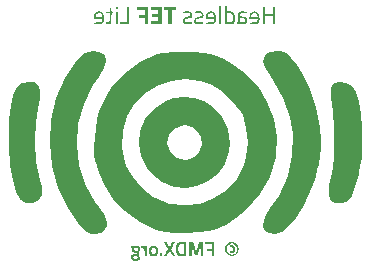
<source format=gbo>
G04 #@! TF.GenerationSoftware,KiCad,Pcbnew,9.0.0*
G04 #@! TF.CreationDate,2025-05-06T12:44:32+02:00*
G04 #@! TF.ProjectId,Headless TEF lite,48656164-6c65-4737-9320-544546206c69,v1.0*
G04 #@! TF.SameCoordinates,Original*
G04 #@! TF.FileFunction,Legend,Bot*
G04 #@! TF.FilePolarity,Positive*
%FSLAX46Y46*%
G04 Gerber Fmt 4.6, Leading zero omitted, Abs format (unit mm)*
G04 Created by KiCad (PCBNEW 9.0.0) date 2025-05-06 12:44:32*
%MOMM*%
%LPD*%
G01*
G04 APERTURE LIST*
G04 Aperture macros list*
%AMRoundRect*
0 Rectangle with rounded corners*
0 $1 Rounding radius*
0 $2 $3 $4 $5 $6 $7 $8 $9 X,Y pos of 4 corners*
0 Add a 4 corners polygon primitive as box body*
4,1,4,$2,$3,$4,$5,$6,$7,$8,$9,$2,$3,0*
0 Add four circle primitives for the rounded corners*
1,1,$1+$1,$2,$3*
1,1,$1+$1,$4,$5*
1,1,$1+$1,$6,$7*
1,1,$1+$1,$8,$9*
0 Add four rect primitives between the rounded corners*
20,1,$1+$1,$2,$3,$4,$5,0*
20,1,$1+$1,$4,$5,$6,$7,0*
20,1,$1+$1,$6,$7,$8,$9,0*
20,1,$1+$1,$8,$9,$2,$3,0*%
G04 Aperture macros list end*
%ADD10C,0.000000*%
%ADD11C,0.650000*%
%ADD12O,2.100000X1.050000*%
%ADD13O,1.800000X0.900000*%
%ADD14RoundRect,0.250000X-1.595000X-1.082500X1.595000X-1.082500X1.595000X1.082500X-1.595000X1.082500X0*%
G04 APERTURE END LIST*
D10*
G04 #@! TO.C,G\u002A\u002A\u002A*
G36*
X137211631Y-51314919D02*
G01*
X137211631Y-51410727D01*
X137126468Y-51410727D01*
X137041304Y-51410727D01*
X137041304Y-51314919D01*
X137041304Y-51219110D01*
X137126468Y-51219110D01*
X137211631Y-51219110D01*
X137211631Y-51314919D01*
G37*
G36*
X137211631Y-52166553D02*
G01*
X137211631Y-52688179D01*
X137126468Y-52688179D01*
X137041304Y-52688179D01*
X137041304Y-52166553D01*
X137041304Y-51644927D01*
X137126468Y-51644927D01*
X137211631Y-51644927D01*
X137211631Y-52166553D01*
G37*
G36*
X145962176Y-51932354D02*
G01*
X145962176Y-52688179D01*
X145887658Y-52688179D01*
X145813140Y-52688179D01*
X145813140Y-51932354D01*
X145813140Y-51176528D01*
X145887658Y-51176528D01*
X145962176Y-51176528D01*
X145962176Y-51932354D01*
G37*
G36*
X138191011Y-51964290D02*
G01*
X138191011Y-52688179D01*
X137786484Y-52688179D01*
X137381958Y-52688179D01*
X137381958Y-52613661D01*
X137381958Y-52539143D01*
X137701321Y-52539143D01*
X138020684Y-52539143D01*
X138020684Y-51889772D01*
X138020684Y-51240401D01*
X138105847Y-51240401D01*
X138191011Y-51240401D01*
X138191011Y-51964290D01*
G37*
G36*
X142172402Y-51389437D02*
G01*
X142172402Y-51517182D01*
X141980785Y-51517182D01*
X141789167Y-51517182D01*
X141789167Y-52102681D01*
X141789167Y-52688179D01*
X141640131Y-52688179D01*
X141491095Y-52688179D01*
X141491095Y-52102681D01*
X141491095Y-51517182D01*
X141299477Y-51517182D01*
X141107859Y-51517182D01*
X141107859Y-51389437D01*
X141107859Y-51261691D01*
X141640131Y-51261691D01*
X142172402Y-51261691D01*
X142172402Y-51389437D01*
G37*
G36*
X139787826Y-51974935D02*
G01*
X139787826Y-52688179D01*
X139638790Y-52688179D01*
X139489754Y-52688179D01*
X139489754Y-52444010D01*
X139489754Y-52199841D01*
X139239586Y-52193842D01*
X138989418Y-52187844D01*
X138983033Y-52065422D01*
X138976648Y-51942999D01*
X139233201Y-51942999D01*
X139489754Y-51942999D01*
X139489754Y-51730090D01*
X139489754Y-51517182D01*
X139181036Y-51517182D01*
X138872319Y-51517182D01*
X138872319Y-51389437D01*
X138872319Y-51261691D01*
X139330072Y-51261691D01*
X139787826Y-51261691D01*
X139787826Y-51974935D01*
G37*
G36*
X140937532Y-51974935D02*
G01*
X140937532Y-52688179D01*
X140469133Y-52688179D01*
X140000734Y-52688179D01*
X140000734Y-52560434D01*
X140000734Y-52432689D01*
X140320097Y-52432689D01*
X140639460Y-52432689D01*
X140639460Y-52262362D01*
X140639460Y-52092035D01*
X140382907Y-52092035D01*
X140126354Y-52092035D01*
X140132740Y-51969613D01*
X140139125Y-51847190D01*
X140389293Y-51841192D01*
X140639460Y-51835193D01*
X140639460Y-51676188D01*
X140639460Y-51517182D01*
X140320097Y-51517182D01*
X140000734Y-51517182D01*
X140000734Y-51389437D01*
X140000734Y-51261691D01*
X140469133Y-51261691D01*
X140937532Y-51261691D01*
X140937532Y-51974935D01*
G37*
G36*
X149666786Y-51559764D02*
G01*
X149666786Y-51879126D01*
X150028731Y-51879126D01*
X150390676Y-51879126D01*
X150390676Y-51559764D01*
X150390676Y-51240401D01*
X150475839Y-51240401D01*
X150561003Y-51240401D01*
X150561003Y-51964290D01*
X150561003Y-52688179D01*
X150475839Y-52688179D01*
X150390676Y-52688179D01*
X150390676Y-52358171D01*
X150390676Y-52028163D01*
X150028731Y-52028163D01*
X149666786Y-52028163D01*
X149666786Y-52358171D01*
X149666786Y-52688179D01*
X149581623Y-52688179D01*
X149496459Y-52688179D01*
X149496459Y-51964290D01*
X149496459Y-51240401D01*
X149581623Y-51240401D01*
X149666786Y-51240401D01*
X149666786Y-51559764D01*
G37*
G36*
X136683750Y-51479923D02*
G01*
X136690005Y-51634282D01*
X136759200Y-51640953D01*
X136796598Y-51646788D01*
X136822627Y-51665756D01*
X136828396Y-51708800D01*
X136825875Y-51742105D01*
X136807258Y-51766912D01*
X136759200Y-51776646D01*
X136690005Y-51783318D01*
X136679360Y-52177199D01*
X136678597Y-52204798D01*
X136673560Y-52351270D01*
X136666950Y-52461998D01*
X136657425Y-52542867D01*
X136643641Y-52599759D01*
X136624254Y-52638556D01*
X136597921Y-52665141D01*
X136563299Y-52685396D01*
X136557287Y-52687897D01*
X136504573Y-52698947D01*
X136428645Y-52705867D01*
X136345681Y-52708128D01*
X136271856Y-52705198D01*
X136223347Y-52696547D01*
X136200936Y-52674069D01*
X136189670Y-52623002D01*
X136189855Y-52606640D01*
X136194916Y-52581037D01*
X136214122Y-52567026D01*
X136256941Y-52560184D01*
X136332841Y-52556084D01*
X136380959Y-52553429D01*
X136434935Y-52545811D01*
X136473971Y-52528717D01*
X136500494Y-52496630D01*
X136516931Y-52444033D01*
X136525711Y-52365407D01*
X136529261Y-52255237D01*
X136530010Y-52108003D01*
X136530324Y-51772672D01*
X136359997Y-51772672D01*
X136189670Y-51772672D01*
X136189670Y-51708800D01*
X136189670Y-51644927D01*
X136359997Y-51644927D01*
X136530324Y-51644927D01*
X136530324Y-51485246D01*
X136530324Y-51325564D01*
X136603909Y-51325564D01*
X136677494Y-51325564D01*
X136683750Y-51479923D01*
G37*
G36*
X136061925Y-52177199D02*
G01*
X136060482Y-52239770D01*
X136039454Y-52402181D01*
X135993521Y-52530906D01*
X135922880Y-52625523D01*
X135827725Y-52685609D01*
X135798544Y-52693087D01*
X135726269Y-52701374D01*
X135631806Y-52705560D01*
X135527430Y-52705486D01*
X135425415Y-52700993D01*
X135338035Y-52691924D01*
X135323114Y-52689599D01*
X135270743Y-52677306D01*
X135247497Y-52658166D01*
X135242226Y-52624307D01*
X135242226Y-52571080D01*
X135497717Y-52560434D01*
X135592692Y-52554904D01*
X135687481Y-52545868D01*
X135759510Y-52535038D01*
X135798872Y-52523625D01*
X135807283Y-52518105D01*
X135850019Y-52465984D01*
X135880177Y-52388960D01*
X135891598Y-52301767D01*
X135891598Y-52241071D01*
X135548759Y-52241071D01*
X135205920Y-52241071D01*
X135212328Y-52092035D01*
X135355583Y-52092035D01*
X135633704Y-52092035D01*
X135911824Y-52092035D01*
X135898824Y-52022840D01*
X135889420Y-51980121D01*
X135846220Y-51870065D01*
X135781902Y-51796732D01*
X135695816Y-51759571D01*
X135587312Y-51758031D01*
X135524145Y-51772560D01*
X135450427Y-51816804D01*
X135400554Y-51891654D01*
X135370573Y-52001549D01*
X135355583Y-52092035D01*
X135212328Y-52092035D01*
X135213472Y-52065422D01*
X135215377Y-52030332D01*
X135232765Y-51899835D01*
X135267380Y-51801307D01*
X135322545Y-51727806D01*
X135401583Y-51672385D01*
X135470358Y-51645585D01*
X135583101Y-51625326D01*
X135699511Y-51625107D01*
X135799725Y-51646233D01*
X135853797Y-51672081D01*
X135943962Y-51749645D01*
X136009101Y-51860488D01*
X136048620Y-52003407D01*
X136055405Y-52092035D01*
X136061925Y-52177199D01*
G37*
G36*
X145536359Y-52177199D02*
G01*
X145534917Y-52239770D01*
X145513888Y-52402181D01*
X145467955Y-52530906D01*
X145397314Y-52625523D01*
X145302159Y-52685609D01*
X145272978Y-52693087D01*
X145200703Y-52701374D01*
X145106240Y-52705560D01*
X145001864Y-52705486D01*
X144899849Y-52700993D01*
X144812469Y-52691924D01*
X144797548Y-52689599D01*
X144745177Y-52677306D01*
X144721931Y-52658166D01*
X144716661Y-52624307D01*
X144716661Y-52571080D01*
X144972151Y-52560434D01*
X145067127Y-52554904D01*
X145161915Y-52545868D01*
X145233944Y-52535038D01*
X145273306Y-52523625D01*
X145281718Y-52518105D01*
X145324453Y-52465984D01*
X145354611Y-52388960D01*
X145366032Y-52301767D01*
X145366032Y-52241071D01*
X145023193Y-52241071D01*
X144680355Y-52241071D01*
X144686763Y-52092035D01*
X144830017Y-52092035D01*
X145108138Y-52092035D01*
X145386258Y-52092035D01*
X145373259Y-52022840D01*
X145363854Y-51980121D01*
X145320655Y-51870065D01*
X145256336Y-51796732D01*
X145170250Y-51759571D01*
X145061746Y-51758031D01*
X144998579Y-51772560D01*
X144924861Y-51816804D01*
X144874988Y-51891654D01*
X144845007Y-52001549D01*
X144830017Y-52092035D01*
X144686763Y-52092035D01*
X144687907Y-52065422D01*
X144689811Y-52030332D01*
X144707200Y-51899835D01*
X144741814Y-51801307D01*
X144796979Y-51727806D01*
X144876017Y-51672385D01*
X144944793Y-51645585D01*
X145057535Y-51625326D01*
X145173945Y-51625107D01*
X145274160Y-51646233D01*
X145328231Y-51672081D01*
X145418396Y-51749645D01*
X145483535Y-51860488D01*
X145523054Y-52003407D01*
X145529839Y-52092035D01*
X145536359Y-52177199D01*
G37*
G36*
X149219678Y-52177199D02*
G01*
X149218236Y-52239770D01*
X149197207Y-52402181D01*
X149151275Y-52530906D01*
X149080634Y-52625523D01*
X148985479Y-52685609D01*
X148956297Y-52693087D01*
X148884022Y-52701374D01*
X148789560Y-52705560D01*
X148685183Y-52705486D01*
X148583168Y-52700993D01*
X148495789Y-52691924D01*
X148480868Y-52689599D01*
X148428496Y-52677306D01*
X148405250Y-52658166D01*
X148399980Y-52624307D01*
X148399980Y-52571080D01*
X148655470Y-52560434D01*
X148750446Y-52554904D01*
X148845234Y-52545868D01*
X148917264Y-52535038D01*
X148956626Y-52523625D01*
X148965037Y-52518105D01*
X149007773Y-52465984D01*
X149037930Y-52388960D01*
X149049351Y-52301767D01*
X149049351Y-52241071D01*
X148706513Y-52241071D01*
X148363674Y-52241071D01*
X148370082Y-52092035D01*
X148513337Y-52092035D01*
X148791457Y-52092035D01*
X149069578Y-52092035D01*
X149056578Y-52022840D01*
X149047173Y-51980121D01*
X149003974Y-51870065D01*
X148939656Y-51796732D01*
X148853569Y-51759571D01*
X148745065Y-51758031D01*
X148681898Y-51772560D01*
X148608181Y-51816804D01*
X148558307Y-51891654D01*
X148528326Y-52001549D01*
X148513337Y-52092035D01*
X148370082Y-52092035D01*
X148371226Y-52065422D01*
X148373130Y-52030332D01*
X148390519Y-51899835D01*
X148425134Y-51801307D01*
X148480298Y-51727806D01*
X148559336Y-51672385D01*
X148628112Y-51645585D01*
X148740855Y-51625326D01*
X148857265Y-51625107D01*
X148957479Y-51646233D01*
X149011551Y-51672081D01*
X149101715Y-51749645D01*
X149166854Y-51860488D01*
X149206373Y-52003407D01*
X149213158Y-52092035D01*
X149219678Y-52177199D01*
G37*
G36*
X147129784Y-52276185D02*
G01*
X147112931Y-52420560D01*
X147075963Y-52532902D01*
X147017688Y-52616696D01*
X146936910Y-52675427D01*
X146895844Y-52690292D01*
X146805765Y-52703040D01*
X146702290Y-52701623D01*
X146601854Y-52686695D01*
X146520891Y-52658908D01*
X146477901Y-52638505D01*
X146456628Y-52636686D01*
X146451866Y-52655696D01*
X146450065Y-52665872D01*
X146425560Y-52683060D01*
X146366702Y-52688179D01*
X146281539Y-52688179D01*
X146281539Y-51931068D01*
X146281539Y-51778738D01*
X146451866Y-51778738D01*
X146451866Y-52134232D01*
X146451866Y-52489727D01*
X146510416Y-52516900D01*
X146546962Y-52529258D01*
X146619301Y-52544649D01*
X146700465Y-52555043D01*
X146771970Y-52559573D01*
X146819374Y-52555857D01*
X146852521Y-52539869D01*
X146885760Y-52507966D01*
X146894269Y-52498223D01*
X146930298Y-52436656D01*
X146952450Y-52353103D01*
X146961875Y-52241131D01*
X146959724Y-52094307D01*
X146957879Y-52059538D01*
X146948805Y-51971321D01*
X146932895Y-51910236D01*
X146907493Y-51864596D01*
X146899292Y-51854201D01*
X146821824Y-51794654D01*
X146714771Y-51764970D01*
X146579095Y-51765440D01*
X146451866Y-51778738D01*
X146281539Y-51778738D01*
X146281539Y-51173958D01*
X146361380Y-51180565D01*
X146441220Y-51187173D01*
X146447198Y-51410727D01*
X146453175Y-51634282D01*
X146638816Y-51627717D01*
X146654574Y-51627186D01*
X146746836Y-51626190D01*
X146812583Y-51631638D01*
X146865749Y-51645639D01*
X146920265Y-51670299D01*
X146979888Y-51706911D01*
X147043741Y-51770829D01*
X147087716Y-51855720D01*
X147114985Y-51968361D01*
X147128720Y-52115529D01*
X147129552Y-52241131D01*
X147129784Y-52276185D01*
G37*
G36*
X143154921Y-51628998D02*
G01*
X143180674Y-51630124D01*
X143266924Y-51636187D01*
X143326168Y-51646711D01*
X143370998Y-51664843D01*
X143414005Y-51693726D01*
X143464858Y-51743484D01*
X143512497Y-51829718D01*
X143529776Y-51924114D01*
X143516948Y-52016918D01*
X143474265Y-52098378D01*
X143401978Y-52158741D01*
X143389019Y-52164159D01*
X143336462Y-52180249D01*
X143259326Y-52200093D01*
X143169271Y-52220593D01*
X143126373Y-52230393D01*
X143040460Y-52253912D01*
X142972826Y-52277592D01*
X142935281Y-52297549D01*
X142920362Y-52314002D01*
X142897685Y-52375856D01*
X142908448Y-52445788D01*
X142951692Y-52511316D01*
X142975136Y-52533606D01*
X142999238Y-52549256D01*
X143031133Y-52557919D01*
X143079505Y-52560794D01*
X143153036Y-52559081D01*
X143260410Y-52553980D01*
X143513727Y-52541243D01*
X143513727Y-52603660D01*
X143513592Y-52612129D01*
X143502019Y-52656907D01*
X143465822Y-52676299D01*
X143432611Y-52683373D01*
X143375336Y-52695526D01*
X143370291Y-52696426D01*
X143322626Y-52700878D01*
X143248763Y-52704484D01*
X143162427Y-52706533D01*
X143127661Y-52706489D01*
X142984287Y-52693302D01*
X142875735Y-52657639D01*
X142800073Y-52598108D01*
X142755369Y-52513316D01*
X142739690Y-52401870D01*
X142742674Y-52325408D01*
X142761178Y-52249571D01*
X142801053Y-52191767D01*
X142867598Y-52147276D01*
X142966116Y-52111377D01*
X143101906Y-52079351D01*
X143116858Y-52076239D01*
X143201887Y-52055628D01*
X143273244Y-52033821D01*
X143316786Y-52015051D01*
X143339907Y-51994425D01*
X143363315Y-51937819D01*
X143356506Y-51872400D01*
X143319302Y-51812447D01*
X143306817Y-51800695D01*
X143283659Y-51785482D01*
X143251885Y-51776547D01*
X143203018Y-51772899D01*
X143128583Y-51773551D01*
X143020105Y-51777511D01*
X142766296Y-51787964D01*
X142772744Y-51722240D01*
X142774565Y-51706646D01*
X142786007Y-51672045D01*
X142815424Y-51652798D01*
X142875001Y-51638985D01*
X142886638Y-51637104D01*
X142960961Y-51630441D01*
X143056274Y-51627529D01*
X143154921Y-51628998D01*
G37*
G36*
X144113010Y-51628998D02*
G01*
X144138763Y-51630124D01*
X144225013Y-51636187D01*
X144284257Y-51646711D01*
X144329087Y-51664843D01*
X144372094Y-51693726D01*
X144422947Y-51743484D01*
X144470586Y-51829718D01*
X144487865Y-51924114D01*
X144475037Y-52016918D01*
X144432354Y-52098378D01*
X144360067Y-52158741D01*
X144347108Y-52164159D01*
X144294551Y-52180249D01*
X144217415Y-52200093D01*
X144127360Y-52220593D01*
X144084462Y-52230393D01*
X143998548Y-52253912D01*
X143930915Y-52277592D01*
X143893370Y-52297549D01*
X143878451Y-52314002D01*
X143855774Y-52375856D01*
X143866537Y-52445788D01*
X143909781Y-52511316D01*
X143933225Y-52533606D01*
X143957327Y-52549256D01*
X143989222Y-52557919D01*
X144037594Y-52560794D01*
X144111125Y-52559081D01*
X144218499Y-52553980D01*
X144471816Y-52541243D01*
X144471816Y-52603660D01*
X144471681Y-52612129D01*
X144460108Y-52656907D01*
X144423911Y-52676299D01*
X144390699Y-52683373D01*
X144333425Y-52695526D01*
X144328380Y-52696426D01*
X144280715Y-52700878D01*
X144206852Y-52704484D01*
X144120516Y-52706533D01*
X144085750Y-52706489D01*
X143942375Y-52693302D01*
X143833823Y-52657639D01*
X143758162Y-52598108D01*
X143713458Y-52513316D01*
X143697779Y-52401870D01*
X143700763Y-52325408D01*
X143719267Y-52249571D01*
X143759142Y-52191767D01*
X143825687Y-52147276D01*
X143924205Y-52111377D01*
X144059995Y-52079351D01*
X144074946Y-52076239D01*
X144159976Y-52055628D01*
X144231333Y-52033821D01*
X144274875Y-52015051D01*
X144297996Y-51994425D01*
X144321404Y-51937819D01*
X144314595Y-51872400D01*
X144277391Y-51812447D01*
X144264906Y-51800695D01*
X144241748Y-51785482D01*
X144209974Y-51776547D01*
X144161106Y-51772899D01*
X144086672Y-51773551D01*
X143978194Y-51777511D01*
X143724385Y-51787964D01*
X143730833Y-51722240D01*
X143732654Y-51706646D01*
X143744096Y-51672045D01*
X143773513Y-51652798D01*
X143833090Y-51638985D01*
X143844726Y-51637104D01*
X143919050Y-51630441D01*
X144014363Y-51627529D01*
X144113010Y-51628998D01*
G37*
G36*
X148168869Y-52552137D02*
G01*
X148117462Y-52635791D01*
X148038035Y-52689158D01*
X148019205Y-52695322D01*
X147941789Y-52705536D01*
X147843613Y-52704297D01*
X147739606Y-52692320D01*
X147644699Y-52670319D01*
X147582772Y-52651988D01*
X147536421Y-52644453D01*
X147499003Y-52650959D01*
X147453902Y-52671619D01*
X147408044Y-52691695D01*
X147344335Y-52707475D01*
X147299291Y-52703473D01*
X147282210Y-52679275D01*
X147281633Y-52668174D01*
X147271139Y-52620231D01*
X147279504Y-52593266D01*
X147324366Y-52567112D01*
X147388664Y-52542842D01*
X147389866Y-52205662D01*
X147390053Y-52172767D01*
X147558991Y-52172767D01*
X147558991Y-52344489D01*
X147558991Y-52516211D01*
X147638832Y-52536947D01*
X147670414Y-52544960D01*
X147780767Y-52568189D01*
X147862060Y-52574823D01*
X147922478Y-52564899D01*
X147970201Y-52538456D01*
X147985455Y-52525959D01*
X148013534Y-52493436D01*
X148024188Y-52451820D01*
X148023098Y-52384584D01*
X148022673Y-52377970D01*
X148010838Y-52306357D01*
X147982639Y-52255935D01*
X147931554Y-52222241D01*
X147851062Y-52200813D01*
X147734640Y-52187188D01*
X147558991Y-52172767D01*
X147390053Y-52172767D01*
X147390149Y-52155790D01*
X147393860Y-51995346D01*
X147404228Y-51871476D01*
X147424526Y-51779501D01*
X147458025Y-51714743D01*
X147507999Y-51672523D01*
X147577720Y-51648162D01*
X147670461Y-51636982D01*
X147789492Y-51634304D01*
X147895544Y-51635222D01*
X147996501Y-51639795D01*
X148065121Y-51649575D01*
X148107093Y-51666065D01*
X148128105Y-51690764D01*
X148133845Y-51725173D01*
X148133845Y-51783318D01*
X147881076Y-51775833D01*
X147796317Y-51773512D01*
X147715600Y-51772690D01*
X147663123Y-51775519D01*
X147630739Y-51783192D01*
X147610297Y-51796898D01*
X147593649Y-51817829D01*
X147587258Y-51828516D01*
X147567111Y-51888378D01*
X147558991Y-51958382D01*
X147561057Y-52007041D01*
X147572065Y-52040568D01*
X147596250Y-52049615D01*
X147636114Y-52051003D01*
X147725940Y-52059121D01*
X147826122Y-52072636D01*
X147923458Y-52089410D01*
X148004739Y-52107305D01*
X148056762Y-52124182D01*
X148094993Y-52146151D01*
X148157515Y-52212624D01*
X148190033Y-52305801D01*
X148193886Y-52428661D01*
X148193269Y-52436502D01*
X148190037Y-52451820D01*
X148168869Y-52552137D01*
G37*
G36*
X141001405Y-72200617D02*
G01*
X141001405Y-72328362D01*
X140905596Y-72328362D01*
X140809787Y-72328362D01*
X140809787Y-72200617D01*
X140809787Y-72072872D01*
X140905596Y-72072872D01*
X141001405Y-72072872D01*
X141001405Y-72200617D01*
G37*
G36*
X145387323Y-71742863D02*
G01*
X145387323Y-72328362D01*
X145291514Y-72328362D01*
X145195705Y-72328362D01*
X145195705Y-72104808D01*
X145195705Y-71881254D01*
X144972151Y-71881254D01*
X144748597Y-71881254D01*
X144748597Y-71796090D01*
X144748597Y-71710927D01*
X144972151Y-71710927D01*
X145195705Y-71710927D01*
X145195705Y-71519945D01*
X145195705Y-71328964D01*
X144924246Y-71323005D01*
X144652788Y-71317046D01*
X144646180Y-71237205D01*
X144639572Y-71157365D01*
X145013447Y-71157365D01*
X145387323Y-71157365D01*
X145387323Y-71742863D01*
G37*
G36*
X139681371Y-71891899D02*
G01*
X139681371Y-72328362D01*
X139586147Y-72328362D01*
X139490923Y-72328362D01*
X139485015Y-72025382D01*
X139479108Y-71722402D01*
X139335526Y-71679405D01*
X139191944Y-71636409D01*
X139191813Y-71545923D01*
X139194055Y-71501086D01*
X139207248Y-71466272D01*
X139238005Y-71456679D01*
X139292768Y-71470991D01*
X139377977Y-71507892D01*
X139489754Y-71559932D01*
X139489754Y-71507684D01*
X139490094Y-71494280D01*
X139498376Y-71468562D01*
X139526405Y-71457683D01*
X139585562Y-71455437D01*
X139681371Y-71455437D01*
X139681371Y-71891899D01*
G37*
G36*
X146916468Y-71414225D02*
G01*
X146971000Y-71421812D01*
X147009897Y-71439989D01*
X147047663Y-71473105D01*
X147086341Y-71527511D01*
X147117779Y-71617661D01*
X147130438Y-71721720D01*
X147125044Y-71828949D01*
X147102324Y-71928605D01*
X147063004Y-72009947D01*
X147007812Y-72062234D01*
X146953634Y-72081252D01*
X146871642Y-72092004D01*
X146789513Y-72089196D01*
X146727247Y-72072123D01*
X146707698Y-72057218D01*
X146686761Y-72005965D01*
X146698948Y-71936329D01*
X146705334Y-71924740D01*
X146734023Y-71911320D01*
X146791100Y-71915433D01*
X146855834Y-71917564D01*
X146905714Y-71893470D01*
X146933159Y-71837423D01*
X146941556Y-71745601D01*
X146936478Y-71666028D01*
X146915678Y-71614758D01*
X146872253Y-71589765D01*
X146799313Y-71583182D01*
X146794840Y-71583174D01*
X146737897Y-71579374D01*
X146709049Y-71563936D01*
X146694820Y-71530002D01*
X146690502Y-71511150D01*
X146687796Y-71461046D01*
X146708838Y-71431118D01*
X146759766Y-71416632D01*
X146846716Y-71412855D01*
X146916468Y-71414225D01*
G37*
G36*
X143024037Y-72332355D02*
G01*
X142720642Y-72325036D01*
X142672280Y-72323699D01*
X142537224Y-72316764D01*
X142435478Y-72304019D01*
X142359972Y-72282903D01*
X142303639Y-72250853D01*
X142259411Y-72205310D01*
X142220219Y-72143711D01*
X142211958Y-72127884D01*
X142171107Y-72011667D01*
X142147101Y-71871535D01*
X142140521Y-71732218D01*
X142342967Y-71732218D01*
X142346710Y-71845705D01*
X142362752Y-71954529D01*
X142393241Y-72035411D01*
X142440132Y-72095660D01*
X142472504Y-72121197D01*
X142513852Y-72138737D01*
X142573554Y-72148896D01*
X142663718Y-72154883D01*
X142832419Y-72162544D01*
X142832419Y-71745118D01*
X142832419Y-71327691D01*
X142664963Y-71327691D01*
X142655134Y-71327727D01*
X142543734Y-71335725D01*
X142461208Y-71361051D01*
X142403712Y-71408535D01*
X142367402Y-71483005D01*
X142348435Y-71589289D01*
X142342967Y-71732218D01*
X142140521Y-71732218D01*
X142139948Y-71720088D01*
X142149656Y-71569927D01*
X142176234Y-71433654D01*
X142219690Y-71323871D01*
X142259337Y-71265460D01*
X142309252Y-71220804D01*
X142374910Y-71189819D01*
X142462946Y-71170353D01*
X142579993Y-71160253D01*
X142732687Y-71157365D01*
X143024037Y-71157365D01*
X143024037Y-71744860D01*
X143024037Y-71745118D01*
X143024037Y-72332355D01*
G37*
G36*
X144471816Y-71742002D02*
G01*
X144471816Y-72328362D01*
X144376007Y-72328362D01*
X144280198Y-72328362D01*
X144280198Y-71849318D01*
X144280009Y-71777342D01*
X144278626Y-71646821D01*
X144276078Y-71534845D01*
X144272574Y-71447422D01*
X144268322Y-71390562D01*
X144263532Y-71370273D01*
X144259629Y-71375200D01*
X144243881Y-71412854D01*
X144219200Y-71482752D01*
X144187515Y-71579106D01*
X144150757Y-71696127D01*
X144110857Y-71828027D01*
X143974848Y-72285780D01*
X143872947Y-72285780D01*
X143771046Y-72285780D01*
X143704740Y-72067549D01*
X143683814Y-71999162D01*
X143643184Y-71868036D01*
X143599811Y-71729625D01*
X143560112Y-71604473D01*
X143481790Y-71359628D01*
X143476068Y-71843995D01*
X143470346Y-72328362D01*
X143374936Y-72328362D01*
X143279527Y-72328362D01*
X143279527Y-71742863D01*
X143279527Y-71157365D01*
X143447034Y-71157365D01*
X143614541Y-71157365D01*
X143738446Y-71593390D01*
X143752484Y-71642449D01*
X143788487Y-71765080D01*
X143820500Y-71869652D01*
X143846684Y-71950420D01*
X143865200Y-72001637D01*
X143874209Y-72017559D01*
X143875402Y-72015559D01*
X143886989Y-71983642D01*
X143907695Y-71918510D01*
X143935603Y-71826466D01*
X143968792Y-71713813D01*
X144005344Y-71586856D01*
X144124622Y-71168010D01*
X144298219Y-71161826D01*
X144471816Y-71155642D01*
X144471816Y-71742002D01*
G37*
G36*
X140631029Y-71981129D02*
G01*
X140606216Y-72102645D01*
X140561049Y-72205565D01*
X140498229Y-72282492D01*
X140420457Y-72326033D01*
X140390842Y-72333476D01*
X140272684Y-72346459D01*
X140153104Y-72338005D01*
X140051707Y-72309018D01*
X140028518Y-72297380D01*
X139957371Y-72240326D01*
X139909113Y-72158288D01*
X139881675Y-72046534D01*
X139872989Y-71900334D01*
X139876042Y-71825571D01*
X140065744Y-71825571D01*
X140066099Y-71917896D01*
X140075284Y-72009414D01*
X140092296Y-72086333D01*
X140116130Y-72134861D01*
X140117773Y-72136626D01*
X140174051Y-72169120D01*
X140248748Y-72180728D01*
X140323716Y-72171106D01*
X140380807Y-72139907D01*
X140400065Y-72113577D01*
X140426588Y-72039488D01*
X140439487Y-71945268D01*
X140438413Y-71844286D01*
X140423016Y-71749913D01*
X140392947Y-71675518D01*
X140390480Y-71671734D01*
X140337777Y-71627379D01*
X140268003Y-71610788D01*
X140194069Y-71620422D01*
X140128887Y-71654740D01*
X140085369Y-71712203D01*
X140075223Y-71746231D01*
X140065744Y-71825571D01*
X139876042Y-71825571D01*
X139877140Y-71798685D01*
X139901384Y-71668315D01*
X139949217Y-71571367D01*
X140022836Y-71505290D01*
X140124439Y-71467535D01*
X140256225Y-71455549D01*
X140353723Y-71461963D01*
X140457442Y-71492606D01*
X140533905Y-71552001D01*
X140587538Y-71643969D01*
X140622761Y-71772335D01*
X140632785Y-71848412D01*
X140631503Y-71945268D01*
X140631029Y-71981129D01*
G37*
G36*
X147452536Y-71742863D02*
G01*
X147451584Y-71777518D01*
X147423993Y-71929795D01*
X147361634Y-72066969D01*
X147269056Y-72183009D01*
X147150809Y-72271885D01*
X147011443Y-72327567D01*
X146908496Y-72342258D01*
X146765647Y-72330283D01*
X146629246Y-72284615D01*
X146509140Y-72208902D01*
X146415180Y-72106792D01*
X146371619Y-72033550D01*
X146316617Y-71884711D01*
X146306749Y-71791693D01*
X146430544Y-71791693D01*
X146457856Y-71914713D01*
X146514545Y-72026951D01*
X146599597Y-72120848D01*
X146711995Y-72188842D01*
X146766044Y-72207163D01*
X146892215Y-72220568D01*
X147015803Y-72197203D01*
X147128874Y-72140469D01*
X147223493Y-72053764D01*
X147291726Y-71940488D01*
X147303840Y-71902744D01*
X147318905Y-71821358D01*
X147324791Y-71736250D01*
X147324232Y-71711997D01*
X147300101Y-71580470D01*
X147244789Y-71467969D01*
X147164431Y-71377621D01*
X147065164Y-71312555D01*
X146953125Y-71275899D01*
X146834449Y-71270781D01*
X146715273Y-71300328D01*
X146601733Y-71367670D01*
X146535025Y-71433562D01*
X146468113Y-71543557D01*
X146433624Y-71665454D01*
X146430544Y-71791693D01*
X146306749Y-71791693D01*
X146300485Y-71732641D01*
X146322716Y-71583485D01*
X146382803Y-71443389D01*
X146480239Y-71318499D01*
X146556327Y-71251221D01*
X146650930Y-71195465D01*
X146757876Y-71166030D01*
X146890799Y-71157573D01*
X146910682Y-71157956D01*
X147056099Y-71183079D01*
X147185921Y-71243864D01*
X147295311Y-71335274D01*
X147379435Y-71452270D01*
X147433455Y-71589812D01*
X147451712Y-71736250D01*
X147452536Y-71742863D01*
G37*
G36*
X141250823Y-71157432D02*
G01*
X141352704Y-71157499D01*
X141467883Y-71370341D01*
X141510628Y-71447279D01*
X141552241Y-71517771D01*
X141583374Y-71565577D01*
X141599382Y-71583182D01*
X141612796Y-71568914D01*
X141642146Y-71523734D01*
X141682225Y-71454998D01*
X141728446Y-71370273D01*
X141841191Y-71157365D01*
X141952453Y-71157365D01*
X142063715Y-71157365D01*
X141904103Y-71435133D01*
X141877291Y-71481921D01*
X141823540Y-71576543D01*
X141779052Y-71655965D01*
X141747851Y-71712971D01*
X141733961Y-71740343D01*
X141733464Y-71742189D01*
X141736445Y-71760270D01*
X141750688Y-71793790D01*
X141778129Y-71846160D01*
X141820704Y-71920794D01*
X141880350Y-72021102D01*
X141959003Y-72150498D01*
X142058600Y-72312394D01*
X142055267Y-72318089D01*
X142022321Y-72325472D01*
X141964829Y-72328362D01*
X141861196Y-72328362D01*
X141738040Y-72115453D01*
X141691621Y-72036139D01*
X141649909Y-71966784D01*
X141620351Y-71919821D01*
X141607421Y-71902545D01*
X141596078Y-71917706D01*
X141567931Y-71963104D01*
X141527567Y-72031471D01*
X141479407Y-72115453D01*
X141358857Y-72328362D01*
X141254649Y-72328362D01*
X141218414Y-72327786D01*
X141169581Y-72324469D01*
X141150441Y-72319185D01*
X141153584Y-72312186D01*
X141174351Y-72274664D01*
X141211335Y-72210717D01*
X141260762Y-72126835D01*
X141318860Y-72029508D01*
X141487279Y-71749009D01*
X141343374Y-71501091D01*
X141325114Y-71469678D01*
X141258881Y-71356096D01*
X141211581Y-71273702D01*
X141181883Y-71217552D01*
X141168456Y-71182703D01*
X141169968Y-71164210D01*
X141185087Y-71157129D01*
X141212483Y-71156518D01*
X141250823Y-71157432D01*
G37*
G36*
X139100747Y-71779831D02*
G01*
X139095465Y-71834705D01*
X139077574Y-71903929D01*
X139044604Y-71953687D01*
X139041597Y-71956902D01*
X139012780Y-71994006D01*
X139007954Y-72028948D01*
X139023796Y-72082252D01*
X139026598Y-72090207D01*
X139040558Y-72158857D01*
X139028222Y-72220979D01*
X139017996Y-72253208D01*
X139021407Y-72290833D01*
X139054586Y-72329579D01*
X139095564Y-72382693D01*
X139117928Y-72460499D01*
X139120932Y-72470949D01*
X139108243Y-72567981D01*
X139085683Y-72615476D01*
X139022918Y-72675135D01*
X138925546Y-72713079D01*
X138865477Y-72724274D01*
X138742254Y-72731133D01*
X138619048Y-72720366D01*
X138509402Y-72693618D01*
X138426858Y-72652532D01*
X138385488Y-72611908D01*
X138344193Y-72534067D01*
X138329625Y-72456107D01*
X138510374Y-72456107D01*
X138521696Y-72481849D01*
X138552956Y-72519980D01*
X138558760Y-72525499D01*
X138595447Y-72548089D01*
X138649117Y-72559443D01*
X138732407Y-72562562D01*
X138774225Y-72561425D01*
X138866846Y-72545888D01*
X138921107Y-72512215D01*
X138936908Y-72460499D01*
X138914151Y-72390835D01*
X138886744Y-72368239D01*
X138827160Y-72351416D01*
X138750768Y-72345456D01*
X138670790Y-72350306D01*
X138600445Y-72365916D01*
X138552956Y-72392235D01*
X138524116Y-72426735D01*
X138510374Y-72456107D01*
X138329625Y-72456107D01*
X138327712Y-72445870D01*
X138336038Y-72358560D01*
X138369166Y-72283382D01*
X138427089Y-72231582D01*
X138436467Y-72227357D01*
X138496100Y-72210375D01*
X138579570Y-72195532D01*
X138671882Y-72185644D01*
X138756010Y-72178644D01*
X138821973Y-72168515D01*
X138857369Y-72153528D01*
X138868714Y-72130650D01*
X138862524Y-72096845D01*
X138859564Y-72089410D01*
X138838310Y-72068650D01*
X138793459Y-72055441D01*
X138715525Y-72046534D01*
X138618622Y-72032148D01*
X138523532Y-71994501D01*
X138462018Y-71932826D01*
X138431476Y-71844208D01*
X138429819Y-71753822D01*
X138616828Y-71753822D01*
X138617058Y-71767579D01*
X138629174Y-71829485D01*
X138664147Y-71869401D01*
X138705734Y-71890116D01*
X138765864Y-71902545D01*
X138771826Y-71902466D01*
X138848453Y-71883169D01*
X138897574Y-71832805D01*
X138914900Y-71755601D01*
X138914372Y-71738435D01*
X138893484Y-71664006D01*
X138842158Y-71619355D01*
X138760386Y-71604473D01*
X138743184Y-71604970D01*
X138671702Y-71624324D01*
X138630225Y-71673273D01*
X138616828Y-71753822D01*
X138429819Y-71753822D01*
X138429304Y-71725728D01*
X138438652Y-71613000D01*
X138378704Y-71621798D01*
X138366971Y-71623424D01*
X138334201Y-71622600D01*
X138321137Y-71601240D01*
X138318804Y-71548339D01*
X138318852Y-71466082D01*
X138613950Y-71460909D01*
X138729771Y-71459301D01*
X138815442Y-71459854D01*
X138875021Y-71463628D01*
X138916874Y-71471608D01*
X138949365Y-71484780D01*
X138980859Y-71504130D01*
X139020712Y-71534100D01*
X139073579Y-71596595D01*
X139098582Y-71674653D01*
X139100248Y-71755601D01*
X139100747Y-71779831D01*
G37*
G36*
X130194337Y-57642135D02*
G01*
X130502386Y-57855470D01*
X130636617Y-58271675D01*
X130611709Y-58937952D01*
X130442342Y-59901507D01*
X130280711Y-60964212D01*
X130212638Y-62644563D01*
X130333832Y-64354861D01*
X130638903Y-65929837D01*
X130771871Y-66446601D01*
X130838607Y-66871713D01*
X130794939Y-67165012D01*
X130641038Y-67448316D01*
X130526045Y-67589091D01*
X130044479Y-67855429D01*
X129483575Y-67866312D01*
X128996359Y-67606978D01*
X128932255Y-67537058D01*
X128584360Y-66904143D01*
X128313305Y-65927646D01*
X128122242Y-64622340D01*
X128014320Y-63002993D01*
X127996326Y-62352941D01*
X128017590Y-60822071D01*
X128144045Y-59611886D01*
X128379215Y-58697919D01*
X128726623Y-58055705D01*
X129126468Y-57706817D01*
X129721738Y-57584377D01*
X130194337Y-57642135D01*
G37*
G36*
X156567311Y-57666109D02*
G01*
X157028368Y-57933396D01*
X157040901Y-57946187D01*
X157367309Y-58486584D01*
X157626744Y-59313712D01*
X157812502Y-60353699D01*
X157917878Y-61532668D01*
X157936167Y-62776747D01*
X157860665Y-64012061D01*
X157684667Y-65164735D01*
X157616684Y-65476651D01*
X157333112Y-66529414D01*
X157026366Y-67255090D01*
X156679188Y-67686622D01*
X156274320Y-67856956D01*
X156175140Y-67866909D01*
X155591644Y-67829693D01*
X155224890Y-67581676D01*
X155064350Y-67094546D01*
X155099496Y-66339986D01*
X155319801Y-65289684D01*
X155403818Y-64856617D01*
X155495471Y-63903731D01*
X155528397Y-62738849D01*
X155503177Y-61456282D01*
X155420388Y-60150340D01*
X155280613Y-58915334D01*
X155253084Y-58283869D01*
X155393816Y-57857000D01*
X155538782Y-57733085D01*
X156017789Y-57596861D01*
X156567311Y-57666109D01*
G37*
G36*
X135670627Y-55073262D02*
G01*
X136109279Y-55340959D01*
X136246686Y-55799068D01*
X136079153Y-56430610D01*
X135602989Y-57218606D01*
X135154414Y-57884720D01*
X134358832Y-59496526D01*
X133891523Y-61184608D01*
X133753686Y-62902868D01*
X133946515Y-64605208D01*
X134471208Y-66245530D01*
X135328961Y-67777735D01*
X135608468Y-68178698D01*
X136024478Y-68800398D01*
X136262593Y-69226781D01*
X136348429Y-69526508D01*
X136307600Y-69768238D01*
X136165722Y-70020632D01*
X136151419Y-70042096D01*
X135786468Y-70373343D01*
X135236631Y-70468434D01*
X134968886Y-70451822D01*
X134633586Y-70333237D01*
X134291545Y-70042329D01*
X133844684Y-69511685D01*
X133003945Y-68315182D01*
X132134543Y-66577804D01*
X131615354Y-64745929D01*
X131438516Y-62797620D01*
X131573779Y-60836725D01*
X132017147Y-58947938D01*
X132761647Y-57245496D01*
X133799638Y-55752201D01*
X133853378Y-55689897D01*
X134279144Y-55260316D01*
X134657200Y-55058126D01*
X135122096Y-55007565D01*
X135670627Y-55073262D01*
G37*
G36*
X151004876Y-55013542D02*
G01*
X151332748Y-55072695D01*
X151608648Y-55247490D01*
X151919759Y-55600257D01*
X152353266Y-56193325D01*
X152797256Y-56854607D01*
X153529407Y-58241736D01*
X154020118Y-59717083D01*
X154316279Y-61405140D01*
X154329890Y-61522958D01*
X154417122Y-62446177D01*
X154431681Y-63176764D01*
X154369340Y-63867361D01*
X154225873Y-64670608D01*
X154210174Y-64746165D01*
X153883736Y-65942079D01*
X153434094Y-67101355D01*
X152895440Y-68170287D01*
X152301968Y-69095167D01*
X151687871Y-69822289D01*
X151087342Y-70297947D01*
X150534575Y-70468434D01*
X150057833Y-70409492D01*
X149637977Y-70143415D01*
X149508925Y-69687839D01*
X149675636Y-69070008D01*
X150143068Y-68317168D01*
X150852739Y-67244201D01*
X151589411Y-65592024D01*
X151988003Y-63842303D01*
X152033501Y-62044858D01*
X151790172Y-60544490D01*
X151232739Y-58990642D01*
X150343050Y-57420929D01*
X149931562Y-56788791D01*
X149651814Y-56296553D01*
X149535840Y-55949467D01*
X149557742Y-55665740D01*
X149691621Y-55363581D01*
X149790750Y-55224664D01*
X150116051Y-55055617D01*
X150694640Y-55007565D01*
X151004876Y-55013542D01*
G37*
G36*
X143716081Y-58970767D02*
G01*
X144492840Y-59224042D01*
X145259132Y-59721053D01*
X146059365Y-60577342D01*
X146564356Y-61600653D01*
X146740218Y-62738000D01*
X146655471Y-63562097D01*
X146285818Y-64568331D01*
X145674377Y-65396716D01*
X144877594Y-66024849D01*
X143951914Y-66430330D01*
X142953782Y-66590756D01*
X141939643Y-66483724D01*
X140965944Y-66086834D01*
X140089128Y-65377682D01*
X139715135Y-64916854D01*
X139194911Y-63897742D01*
X139003490Y-62830830D01*
X139014578Y-62738000D01*
X141402536Y-62738000D01*
X141433473Y-63012792D01*
X141724038Y-63610587D01*
X142238336Y-64043600D01*
X142875000Y-64210463D01*
X143068480Y-64198211D01*
X143681436Y-63966249D01*
X144108323Y-63510118D01*
X144311453Y-62921878D01*
X144253137Y-62293590D01*
X143895685Y-61717315D01*
X143520998Y-61437596D01*
X142875000Y-61265536D01*
X142600208Y-61296473D01*
X142002413Y-61587038D01*
X141569400Y-62101336D01*
X141402536Y-62738000D01*
X139014578Y-62738000D01*
X139130104Y-61770764D01*
X139563989Y-60772191D01*
X140294379Y-59889756D01*
X141310507Y-59178106D01*
X141916330Y-58972266D01*
X142803254Y-58886063D01*
X143716081Y-58970767D01*
G37*
G36*
X143741005Y-55075350D02*
G01*
X144481968Y-55126488D01*
X145059601Y-55228250D01*
X145600774Y-55406553D01*
X146232356Y-55687316D01*
X146653871Y-55903617D01*
X147962719Y-56819259D01*
X149050217Y-57968803D01*
X149887363Y-59298283D01*
X150445156Y-60753736D01*
X150694594Y-62281197D01*
X150606675Y-63826701D01*
X150577007Y-63989012D01*
X150080543Y-65637468D01*
X149257195Y-67117062D01*
X148105412Y-68430651D01*
X147264492Y-69150527D01*
X146347871Y-69736499D01*
X145377486Y-70110411D01*
X144253231Y-70309390D01*
X142875000Y-70370566D01*
X142844105Y-70370654D01*
X141952114Y-70364116D01*
X141310523Y-70325009D01*
X140805118Y-70232736D01*
X140321686Y-70066701D01*
X139746015Y-69806308D01*
X139077146Y-69448611D01*
X137837483Y-68550537D01*
X136806813Y-67475697D01*
X136038163Y-66284842D01*
X135584561Y-65038724D01*
X135462984Y-64604460D01*
X135331516Y-64302492D01*
X135295740Y-64224239D01*
X135234168Y-63797765D01*
X135224595Y-63144915D01*
X135228023Y-63071133D01*
X137554572Y-63071133D01*
X137819704Y-64413483D01*
X137920573Y-64679043D01*
X138486194Y-65653178D01*
X139287602Y-66563309D01*
X140225231Y-67309870D01*
X141199517Y-67793296D01*
X141569091Y-67901092D01*
X142880487Y-68060748D01*
X144168883Y-67901606D01*
X145374424Y-67451850D01*
X146437254Y-66739661D01*
X147297514Y-65793222D01*
X147895348Y-64640714D01*
X148083635Y-63965246D01*
X148213382Y-62734339D01*
X148110740Y-61510995D01*
X147779621Y-60437275D01*
X147623406Y-60138127D01*
X146925650Y-59195201D01*
X146017368Y-58362242D01*
X145016884Y-57754166D01*
X144159659Y-57485126D01*
X142966565Y-57385392D01*
X141728662Y-57534174D01*
X140566360Y-57926804D01*
X139654265Y-58475547D01*
X138703142Y-59395404D01*
X138020208Y-60505610D01*
X137629379Y-61749681D01*
X137554572Y-63071133D01*
X135228023Y-63071133D01*
X135260762Y-62366446D01*
X135336410Y-61563118D01*
X135445278Y-60835689D01*
X135581107Y-60284915D01*
X135783907Y-59726181D01*
X136180655Y-58854154D01*
X136666246Y-58110993D01*
X137332798Y-57341934D01*
X137747584Y-56930685D01*
X139075941Y-55929841D01*
X140534894Y-55266558D01*
X141069216Y-55150802D01*
X141997901Y-55068059D01*
X143151087Y-55057863D01*
X143741005Y-55075350D01*
G37*
G04 #@! TD*
%LPC*%
D11*
G04 #@! TO.C,J1*
X118855000Y-59610000D03*
X118855000Y-65390000D03*
D12*
X119355000Y-58180000D03*
X119355000Y-66820000D03*
D13*
X115175000Y-58180000D03*
X115175000Y-66820000D03*
G04 #@! TD*
D14*
G04 #@! TO.C,J2*
X166426200Y-59007500D03*
X166426200Y-65992500D03*
G04 #@! TD*
%LPD*%
M02*

</source>
